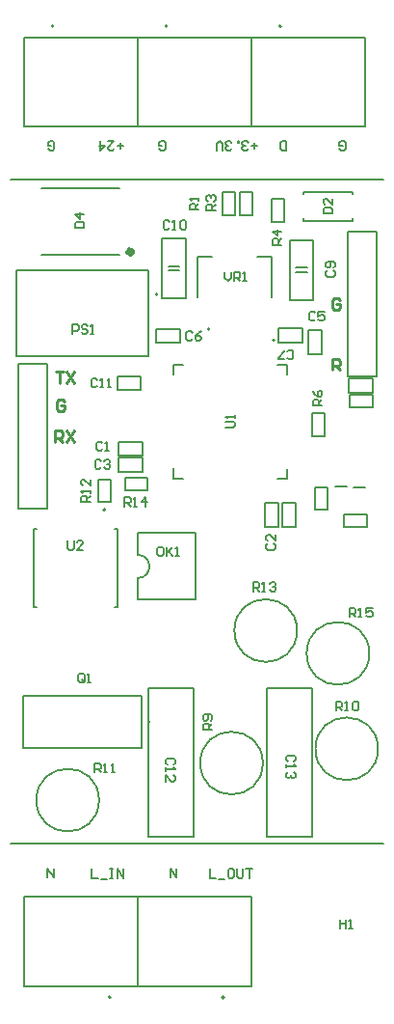
<source format=gto>
G04*
G04 #@! TF.GenerationSoftware,Altium Limited,Altium Designer,20.0.13 (296)*
G04*
G04 Layer_Color=65535*
%FSLAX44Y44*%
%MOMM*%
G71*
G01*
G75*
%ADD10C,0.2000*%
%ADD11C,0.1524*%
%ADD12C,0.6096*%
%ADD13C,0.1500*%
%ADD14C,0.1270*%
%ADD15C,0.2540*%
D10*
X251750Y330250D02*
G03*
X251750Y330250I-27500J0D01*
G01*
X77750Y181500D02*
G03*
X77750Y181500I-27500J0D01*
G01*
X232000Y584900D02*
G03*
X232000Y584900I-1000J0D01*
G01*
X315250Y310250D02*
G03*
X315250Y310250I-27500J0D01*
G01*
X323000Y226500D02*
G03*
X323000Y226500I-27500J0D01*
G01*
X221750Y214000D02*
G03*
X221750Y214000I-27500J0D01*
G01*
X83400Y436300D02*
G03*
X83400Y436300I-1000J0D01*
G01*
X129500Y625250D02*
G03*
X129500Y625250I-1000J0D01*
G01*
X175000Y594500D02*
G03*
X175000Y594500I-1000J0D01*
G01*
X122650Y250250D02*
G03*
X122650Y250250I-1000J0D01*
G01*
X138000Y860500D02*
G03*
X138000Y860500I-1000J0D01*
G01*
X238000D02*
G03*
X238000Y860500I-1000J0D01*
G01*
X88000Y8500D02*
G03*
X88000Y8500I-1000J0D01*
G01*
X187750D02*
G03*
X187750Y8500I-1000J0D01*
G01*
X38000Y860500D02*
G03*
X38000Y860500I-1000J0D01*
G01*
X93750Y541150D02*
X114750D01*
Y553350D01*
X93750D02*
X114750D01*
X93750Y541150D02*
Y553350D01*
X229250Y689000D02*
X240250D01*
X229250D02*
Y709000D01*
X240250D01*
Y689000D02*
Y709000D01*
X223400Y421000D02*
Y442000D01*
Y421000D02*
X235600D01*
Y442000D01*
X223400D02*
X235600D01*
X201500Y714750D02*
X212500D01*
Y694750D02*
Y714750D01*
X201500Y694750D02*
X212500D01*
X201500D02*
Y714750D01*
X186000Y694750D02*
Y714750D01*
Y694750D02*
X197000D01*
Y714750D01*
X186000D02*
X197000D01*
X95000Y495850D02*
X116000D01*
X95000Y483650D02*
Y495850D01*
Y483650D02*
X116000D01*
Y495850D01*
X95000Y469650D02*
X116000D01*
Y481850D01*
X95000D02*
X116000D01*
X95000Y469650D02*
Y481850D01*
X261650Y594000D02*
X273850D01*
Y573000D02*
Y594000D01*
X261650Y573000D02*
X273850D01*
X261650D02*
Y594000D01*
X256750Y583150D02*
Y595350D01*
X235750Y583150D02*
X256750D01*
X235750D02*
Y595350D01*
X256750D01*
X297000Y539150D02*
Y551350D01*
X318000D01*
Y539150D02*
Y551350D01*
X297000Y539150D02*
X318000D01*
X238400Y421000D02*
X250600D01*
X238400D02*
Y442000D01*
X250600D01*
Y421000D02*
Y442000D01*
X128000Y582900D02*
Y595100D01*
X149000D01*
Y582900D02*
Y595100D01*
X128000Y582900D02*
X149000D01*
X298000Y526000D02*
X318000D01*
Y537000D01*
X298000D02*
X318000D01*
X298000Y526000D02*
Y537000D01*
X120500Y453000D02*
Y464000D01*
X100500Y453000D02*
X120500D01*
X100500D02*
Y464000D01*
X120500D01*
X264750Y521000D02*
X275750D01*
Y501000D02*
Y521000D01*
X264750Y501000D02*
X275750D01*
X264750D02*
Y521000D01*
X267500Y436000D02*
X278500D01*
X267500D02*
Y456000D01*
X278500D01*
Y436000D02*
Y456000D01*
X76750Y443000D02*
X87750D01*
X76750D02*
Y463000D01*
X87750D01*
Y443000D02*
Y463000D01*
X6800Y437550D02*
X32200D01*
X6800D02*
Y564550D01*
X32200Y437550D02*
Y564550D01*
X6800D02*
X32200D01*
X296550Y680600D02*
X321950D01*
Y553600D02*
Y680600D01*
X296550Y553600D02*
Y680600D01*
Y553600D02*
X321950D01*
X0Y143000D02*
X328000D01*
X0Y726000D02*
X328000D01*
X293000Y421500D02*
Y432500D01*
X313000D01*
Y421500D02*
Y432500D01*
X293000Y421500D02*
X313000D01*
X301500Y456250D02*
X311500D01*
X285250Y456500D02*
X295250D01*
X76168Y550166D02*
X74835Y551499D01*
X72169D01*
X70836Y550166D01*
Y544834D01*
X72169Y543501D01*
X74835D01*
X76168Y544834D01*
X78833Y543501D02*
X81499D01*
X80167D01*
Y551499D01*
X78833Y550166D01*
X85498Y543501D02*
X88164D01*
X86831D01*
Y551499D01*
X85498Y550166D01*
X238249Y668586D02*
X230251D01*
Y672584D01*
X231584Y673917D01*
X234250D01*
X235583Y672584D01*
Y668586D01*
Y671251D02*
X238249Y673917D01*
Y680582D02*
X230251D01*
X234250Y676583D01*
Y681915D01*
X130668Y752835D02*
X132001Y751503D01*
X134667D01*
X136000Y752835D01*
Y758167D01*
X134667Y759500D01*
X132001D01*
X130668Y758167D01*
Y755501D01*
X133334D01*
X33168Y752835D02*
X34501Y751503D01*
X37167D01*
X38500Y752835D01*
Y758167D01*
X37167Y759500D01*
X34501D01*
X33168Y758167D01*
Y755501D01*
X35834D01*
X99000D02*
X93668D01*
X96334Y752835D02*
Y758167D01*
X85671Y759500D02*
X91003D01*
X85671Y754168D01*
Y752835D01*
X87004Y751503D01*
X89670D01*
X91003Y752835D01*
X79006Y759500D02*
Y751503D01*
X83005Y755501D01*
X77674D01*
X289168Y752835D02*
X290501Y751503D01*
X293167D01*
X294500Y752835D01*
Y758167D01*
X293167Y759500D01*
X290501D01*
X289168Y758167D01*
Y755501D01*
X291834D01*
X242500Y751503D02*
Y759500D01*
X238501D01*
X237168Y758167D01*
Y752835D01*
X238501Y751503D01*
X242500D01*
X217000Y755501D02*
X211668D01*
X214334Y752835D02*
Y758167D01*
X209003Y752835D02*
X207670Y751503D01*
X205004D01*
X203671Y752835D01*
Y754168D01*
X205004Y755501D01*
X206337D01*
X205004D01*
X203671Y756834D01*
Y758167D01*
X205004Y759500D01*
X207670D01*
X209003Y758167D01*
X201005Y759500D02*
Y758167D01*
X199672D01*
Y759500D01*
X201005D01*
X194341Y752835D02*
X193008Y751503D01*
X190342D01*
X189009Y752835D01*
Y754168D01*
X190342Y755501D01*
X191675D01*
X190342D01*
X189009Y756834D01*
Y758167D01*
X190342Y759500D01*
X193008D01*
X194341Y758167D01*
X186343Y751503D02*
Y756834D01*
X183677Y759500D01*
X181012Y756834D01*
Y751503D01*
X140750Y113500D02*
Y121497D01*
X146082Y113500D01*
Y121497D01*
X175000Y121164D02*
Y113167D01*
X180332D01*
X182997Y111834D02*
X188329D01*
X194994Y121164D02*
X192328D01*
X190995Y119831D01*
Y114500D01*
X192328Y113167D01*
X194994D01*
X196327Y114500D01*
Y119831D01*
X194994Y121164D01*
X198992D02*
Y114500D01*
X200325Y113167D01*
X202991D01*
X204324Y114500D01*
Y121164D01*
X206990D02*
X212321D01*
X209655D01*
Y113167D01*
X71500Y121164D02*
Y113167D01*
X76832D01*
X79497Y111834D02*
X84829D01*
X87495Y121164D02*
X90161D01*
X88828D01*
Y113167D01*
X87495D01*
X90161D01*
X94159D02*
Y121164D01*
X99491Y113167D01*
Y121164D01*
X32500Y113500D02*
Y121497D01*
X37832Y113500D01*
Y121497D01*
X139708Y688829D02*
X138375Y690161D01*
X135709D01*
X134376Y688829D01*
Y683497D01*
X135709Y682164D01*
X138375D01*
X139708Y683497D01*
X142373Y682164D02*
X145039D01*
X143706D01*
Y690161D01*
X142373Y688829D01*
X149038D02*
X150371Y690161D01*
X153037D01*
X154370Y688829D01*
Y683497D01*
X153037Y682164D01*
X150371D01*
X149038Y683497D01*
Y688829D01*
X278584Y645917D02*
X277251Y644584D01*
Y641918D01*
X278584Y640585D01*
X283916D01*
X285249Y641918D01*
Y644584D01*
X283916Y645917D01*
Y648583D02*
X285249Y649916D01*
Y652582D01*
X283916Y653914D01*
X278584D01*
X277251Y652582D01*
Y649916D01*
X278584Y648583D01*
X279917D01*
X281250Y649916D01*
Y653914D01*
X267876Y608693D02*
X266543Y610025D01*
X263877D01*
X262544Y608693D01*
Y603361D01*
X263877Y602028D01*
X266543D01*
X267876Y603361D01*
X275873Y610025D02*
X270541D01*
Y606027D01*
X273207Y607360D01*
X274540D01*
X275873Y606027D01*
Y603361D01*
X274540Y602028D01*
X271874D01*
X270541Y603361D01*
X226084Y406417D02*
X224751Y405084D01*
Y402418D01*
X226084Y401086D01*
X231416D01*
X232749Y402418D01*
Y405084D01*
X231416Y406417D01*
X232749Y414414D02*
Y409083D01*
X227417Y414414D01*
X226084D01*
X224751Y413082D01*
Y410416D01*
X226084Y409083D01*
X80750Y494666D02*
X79417Y495999D01*
X76751D01*
X75418Y494666D01*
Y489334D01*
X76751Y488001D01*
X79417D01*
X80750Y489334D01*
X83416Y488001D02*
X86082D01*
X84749D01*
Y495999D01*
X83416Y494666D01*
X289558Y76829D02*
Y68832D01*
Y72831D01*
X294890D01*
Y76829D01*
Y68832D01*
X297555D02*
X300221D01*
X298888D01*
Y76829D01*
X297555Y75497D01*
X54420Y590751D02*
Y598749D01*
X58418D01*
X59751Y597416D01*
Y594750D01*
X58418Y593417D01*
X54420D01*
X67749Y597416D02*
X66416Y598749D01*
X63750D01*
X62417Y597416D01*
Y596083D01*
X63750Y594750D01*
X66416D01*
X67749Y593417D01*
Y592084D01*
X66416Y590751D01*
X63750D01*
X62417Y592084D01*
X70415Y590751D02*
X73080D01*
X71747D01*
Y598749D01*
X70415Y597416D01*
X188420Y644749D02*
Y639417D01*
X191085Y636751D01*
X193751Y639417D01*
Y644749D01*
X196417Y636751D02*
Y644749D01*
X200416D01*
X201749Y643416D01*
Y640750D01*
X200416Y639417D01*
X196417D01*
X199083D02*
X201749Y636751D01*
X204415D02*
X207080D01*
X205748D01*
Y644749D01*
X204415Y643416D01*
X50335Y408999D02*
Y402334D01*
X51669Y401001D01*
X54334D01*
X55667Y402334D01*
Y408999D01*
X63665Y401001D02*
X58333D01*
X63665Y406333D01*
Y407666D01*
X62332Y408999D01*
X59666D01*
X58333Y407666D01*
X189251Y508418D02*
X195916D01*
X197249Y509751D01*
Y512417D01*
X195916Y513750D01*
X189251D01*
X197249Y516416D02*
Y519082D01*
Y517749D01*
X189251D01*
X190584Y516416D01*
X100253Y439251D02*
Y447249D01*
X104252D01*
X105585Y445916D01*
Y443250D01*
X104252Y441917D01*
X100253D01*
X102919D02*
X105585Y439251D01*
X108251D02*
X110916D01*
X109584D01*
Y447249D01*
X108251Y445916D01*
X118914Y439251D02*
Y447249D01*
X114915Y443250D01*
X120247D01*
X69999Y443003D02*
X62001D01*
Y447002D01*
X63334Y448335D01*
X66000D01*
X67333Y447002D01*
Y443003D01*
Y445669D02*
X69999Y448335D01*
Y451001D02*
Y453666D01*
Y452334D01*
X62001D01*
X63334Y451001D01*
X69999Y462997D02*
Y457665D01*
X64667Y462997D01*
X63334D01*
X62001Y461664D01*
Y458998D01*
X63334Y457665D01*
X298003Y342001D02*
Y349999D01*
X302002D01*
X303335Y348666D01*
Y346000D01*
X302002Y344667D01*
X298003D01*
X300669D02*
X303335Y342001D01*
X306001D02*
X308666D01*
X307334D01*
Y349999D01*
X306001Y348666D01*
X317997Y349999D02*
X312665D01*
Y346000D01*
X315331Y347333D01*
X316664D01*
X317997Y346000D01*
Y343334D01*
X316664Y342001D01*
X313998D01*
X312665Y343334D01*
X213253Y364751D02*
Y372749D01*
X217252D01*
X218585Y371416D01*
Y368750D01*
X217252Y367417D01*
X213253D01*
X215919D02*
X218585Y364751D01*
X221251D02*
X223916D01*
X222584D01*
Y372749D01*
X221251Y371416D01*
X227915D02*
X229248Y372749D01*
X231914D01*
X233247Y371416D01*
Y370083D01*
X231914Y368750D01*
X230581D01*
X231914D01*
X233247Y367417D01*
Y366084D01*
X231914Y364751D01*
X229248D01*
X227915Y366084D01*
X74086Y205751D02*
Y213749D01*
X78085D01*
X79418Y212416D01*
Y209750D01*
X78085Y208417D01*
X74086D01*
X76752D02*
X79418Y205751D01*
X82084D02*
X84749D01*
X83417D01*
Y213749D01*
X82084Y212416D01*
X88748Y205751D02*
X91414D01*
X90081D01*
Y213749D01*
X88748Y212416D01*
X286003Y260001D02*
Y267999D01*
X290002D01*
X291335Y266666D01*
Y264000D01*
X290002Y262667D01*
X286003D01*
X288669D02*
X291335Y260001D01*
X294001D02*
X296666D01*
X295333D01*
Y267999D01*
X294001Y266666D01*
X300665D02*
X301998Y267999D01*
X304664D01*
X305997Y266666D01*
Y261334D01*
X304664Y260001D01*
X301998D01*
X300665Y261334D01*
Y266666D01*
X177249Y243335D02*
X169251D01*
Y247334D01*
X170584Y248667D01*
X173250D01*
X174583Y247334D01*
Y243335D01*
Y246001D02*
X177249Y248667D01*
X175916Y251333D02*
X177249Y252666D01*
Y255332D01*
X175916Y256665D01*
X170584D01*
X169251Y255332D01*
Y252666D01*
X170584Y251333D01*
X171917D01*
X173250Y252666D01*
Y256665D01*
X273749Y527585D02*
X265751D01*
Y531584D01*
X267084Y532917D01*
X269750D01*
X271083Y531584D01*
Y527585D01*
Y530251D02*
X273749Y532917D01*
X265751Y540914D02*
X267084Y538249D01*
X269750Y535583D01*
X272416D01*
X273749Y536916D01*
Y539582D01*
X272416Y540914D01*
X271083D01*
X269750Y539582D01*
Y535583D01*
X179999Y698836D02*
X172001D01*
Y702834D01*
X173334Y704167D01*
X176000D01*
X177333Y702834D01*
Y698836D01*
Y701501D02*
X179999Y704167D01*
X173334Y706833D02*
X172001Y708166D01*
Y710832D01*
X173334Y712165D01*
X174667D01*
X176000Y710832D01*
Y709499D01*
Y710832D01*
X177333Y712165D01*
X178666D01*
X179999Y710832D01*
Y708166D01*
X178666Y706833D01*
X165499Y699418D02*
X157501D01*
Y703417D01*
X158834Y704750D01*
X161500D01*
X162833Y703417D01*
Y699418D01*
Y702084D02*
X165499Y704750D01*
Y707416D02*
Y710082D01*
Y708749D01*
X157501D01*
X158834Y707416D01*
X65000Y286084D02*
Y291416D01*
X63667Y292749D01*
X61001D01*
X59668Y291416D01*
Y286084D01*
X61001Y284751D01*
X63667D01*
X62334Y287417D02*
X65000Y284751D01*
X63667D02*
X65000Y286084D01*
X67666Y284751D02*
X70332D01*
X68999D01*
Y292749D01*
X67666Y291416D01*
X133168Y403749D02*
X130503D01*
X129170Y402416D01*
Y397084D01*
X130503Y395751D01*
X133168D01*
X134501Y397084D01*
Y402416D01*
X133168Y403749D01*
X137167D02*
Y395751D01*
Y398417D01*
X142499Y403749D01*
X138500Y399750D01*
X142499Y395751D01*
X145164D02*
X147830D01*
X146497D01*
Y403749D01*
X145164Y402416D01*
X56751Y683586D02*
X64749D01*
Y687584D01*
X63416Y688917D01*
X58084D01*
X56751Y687584D01*
Y683586D01*
X64749Y695582D02*
X56751D01*
X60750Y691583D01*
Y696915D01*
X274869Y695980D02*
X282866D01*
Y699978D01*
X281533Y701311D01*
X276201D01*
X274869Y699978D01*
Y695980D01*
X282866Y709309D02*
Y703977D01*
X277534Y709309D01*
X276201D01*
X274869Y707976D01*
Y705310D01*
X276201Y703977D01*
X248916Y215415D02*
X250249Y216748D01*
Y219414D01*
X248916Y220747D01*
X243584D01*
X242251Y219414D01*
Y216748D01*
X243584Y215415D01*
X242251Y212749D02*
Y210084D01*
Y211416D01*
X250249D01*
X248916Y212749D01*
Y206085D02*
X250249Y204752D01*
Y202086D01*
X248916Y200753D01*
X247583D01*
X246250Y202086D01*
Y203419D01*
Y202086D01*
X244917Y200753D01*
X243584D01*
X242251Y202086D01*
Y204752D01*
X243584Y206085D01*
X143166Y212665D02*
X144499Y213998D01*
Y216664D01*
X143166Y217997D01*
X137834D01*
X136501Y216664D01*
Y213998D01*
X137834Y212665D01*
X136501Y209999D02*
Y207334D01*
Y208666D01*
X144499D01*
X143166Y209999D01*
X136501Y198003D02*
Y203335D01*
X141833Y198003D01*
X143166D01*
X144499Y199336D01*
Y202002D01*
X143166Y203335D01*
X243083Y569584D02*
X244416Y568251D01*
X247082D01*
X248414Y569584D01*
Y574916D01*
X247082Y576249D01*
X244416D01*
X243083Y574916D01*
X240417Y568251D02*
X235086D01*
Y569584D01*
X240417Y574916D01*
Y576249D01*
X159667Y591416D02*
X158334Y592749D01*
X155668D01*
X154335Y591416D01*
Y586084D01*
X155668Y584751D01*
X158334D01*
X159667Y586084D01*
X167665Y592749D02*
X164999Y591416D01*
X162333Y588750D01*
Y586084D01*
X163666Y584751D01*
X166332D01*
X167665Y586084D01*
Y587417D01*
X166332Y588750D01*
X162333D01*
X79667Y478916D02*
X78334Y480249D01*
X75668D01*
X74335Y478916D01*
Y473584D01*
X75668Y472251D01*
X78334D01*
X79667Y473584D01*
X82333Y478916D02*
X83666Y480249D01*
X86332D01*
X87664Y478916D01*
Y477583D01*
X86332Y476250D01*
X84999D01*
X86332D01*
X87664Y474917D01*
Y473584D01*
X86332Y472251D01*
X83666D01*
X82333Y473584D01*
D11*
X111850Y376340D02*
G03*
X111850Y396660I0J10160D01*
G01*
Y357290D02*
Y376340D01*
Y396660D02*
Y415710D01*
X162650Y357290D02*
Y415710D01*
X111850Y357290D02*
X162650D01*
X111850Y415710D02*
X162650D01*
D12*
X106430Y662580D02*
G03*
X106430Y662580I-1500J0D01*
G01*
D13*
X250750Y645050D02*
X260750D01*
X250750Y648750D02*
X260750D01*
X245500Y620500D02*
Y673000D01*
X266000Y620500D02*
Y673000D01*
X245500Y620500D02*
X266000D01*
X245500Y673000D02*
X266000D01*
X133250Y621750D02*
X153750D01*
X133250Y674250D02*
X153750D01*
X133250Y621750D02*
Y674250D01*
X153750Y621750D02*
Y674250D01*
X138500Y646000D02*
X148500D01*
X138500Y649700D02*
X148500D01*
D14*
X143000Y554750D02*
Y563500D01*
X243000Y554750D02*
Y563500D01*
X143000Y463500D02*
Y472575D01*
X243000Y463500D02*
Y472250D01*
X143000Y563500D02*
X151750D01*
X234250D02*
X243000D01*
X143000Y463500D02*
X151750D01*
X234250D02*
X243000D01*
X257600Y715300D02*
X300900D01*
X257600Y689700D02*
X300900D01*
Y691800D01*
Y713200D02*
Y715300D01*
X257600Y689700D02*
Y691800D01*
Y713200D02*
Y715300D01*
X20200Y419800D02*
X22500D01*
X20200Y351200D02*
Y419800D01*
Y351200D02*
X22500D01*
X91500Y419800D02*
X93800D01*
Y351200D02*
Y419800D01*
X91500Y351200D02*
X93800D01*
X27450Y718450D02*
X96050D01*
X27450Y660050D02*
X96050D01*
X5500Y571250D02*
X121500D01*
X5500D02*
Y646750D01*
X121500D01*
Y571250D02*
Y646750D01*
X164500Y658000D02*
X176900D01*
X164500Y623000D02*
Y658000D01*
X217100D02*
X229500D01*
Y623000D02*
Y658000D01*
X11250Y273250D02*
X115250D01*
X11250Y227250D02*
Y273250D01*
Y227250D02*
X115250D01*
Y273250D01*
X161250Y149500D02*
Y279500D01*
X121250Y149500D02*
Y279500D01*
Y149500D02*
X161250D01*
X121250Y279500D02*
X161250D01*
X265250Y149500D02*
Y279500D01*
X225250Y149500D02*
Y279500D01*
Y149500D02*
X265250D01*
X225250Y279500D02*
X265250D01*
X112000Y772500D02*
Y850500D01*
X212000Y772500D02*
Y850500D01*
X112000D02*
X212000D01*
X112000Y772500D02*
X212000D01*
Y850500D01*
X312000Y772500D02*
Y850500D01*
X212000D02*
X312000D01*
X212000Y772500D02*
X312000D01*
X112000Y18500D02*
Y96500D01*
X12000Y18500D02*
Y96500D01*
Y18500D02*
X112000D01*
X12000Y96500D02*
X112000D01*
X211750Y18500D02*
Y96500D01*
X111750Y18500D02*
Y96500D01*
Y18500D02*
X211750D01*
X111750Y96500D02*
X211750D01*
X12000Y772500D02*
Y850500D01*
X112000Y772500D02*
Y850500D01*
X12000D02*
X112000D01*
X12000Y772500D02*
X112000D01*
D15*
X289704Y620121D02*
X288038Y621787D01*
X284706D01*
X283040Y620121D01*
Y613456D01*
X284706Y611790D01*
X288038D01*
X289704Y613456D01*
Y616788D01*
X286372D01*
X282540Y558790D02*
Y568787D01*
X287538D01*
X289205Y567121D01*
Y563788D01*
X287538Y562122D01*
X282540D01*
X285872D02*
X289205Y558790D01*
X39540Y557287D02*
X46205D01*
X42872D01*
Y547290D01*
X49537Y557287D02*
X56201Y547290D01*
Y557287D02*
X49537Y547290D01*
X47705Y531121D02*
X46038Y532787D01*
X42706D01*
X41040Y531121D01*
Y524456D01*
X42706Y522790D01*
X46038D01*
X47705Y524456D01*
Y527788D01*
X44372D01*
X39040Y495790D02*
Y505787D01*
X44038D01*
X45704Y504121D01*
Y500788D01*
X44038Y499122D01*
X39040D01*
X42372D02*
X45704Y495790D01*
X49037Y505787D02*
X55701Y495790D01*
Y505787D02*
X49037Y495790D01*
M02*

</source>
